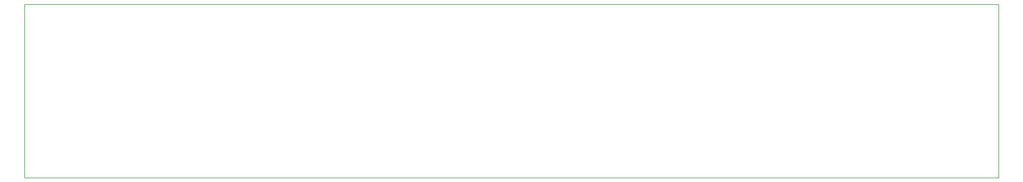
<source format=gbr>
G04 #@! TF.GenerationSoftware,KiCad,Pcbnew,(6.0.7-1)-1*
G04 #@! TF.CreationDate,2023-02-04T12:54:48-08:00*
G04 #@! TF.ProjectId,switcher-input-daughterboard,73776974-6368-4657-922d-696e7075742d,1*
G04 #@! TF.SameCoordinates,Original*
G04 #@! TF.FileFunction,Profile,NP*
%FSLAX46Y46*%
G04 Gerber Fmt 4.6, Leading zero omitted, Abs format (unit mm)*
G04 Created by KiCad (PCBNEW (6.0.7-1)-1) date 2023-02-04 12:54:48*
%MOMM*%
%LPD*%
G01*
G04 APERTURE LIST*
G04 #@! TA.AperFunction,Profile*
%ADD10C,0.038100*%
G04 #@! TD*
G04 APERTURE END LIST*
D10*
X263000000Y-67000000D02*
X111200000Y-67000000D01*
X111200000Y-67000000D02*
X111200000Y-40000000D01*
X111200000Y-40000000D02*
X263000000Y-40000000D01*
X263000000Y-40000000D02*
X263000000Y-67000000D01*
M02*

</source>
